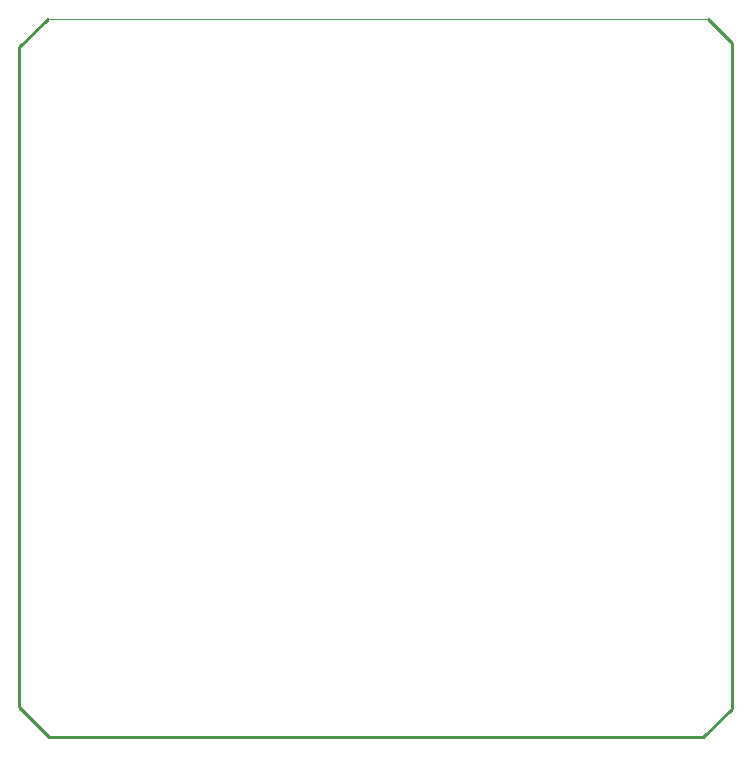
<source format=gm1>
G04*
G04 #@! TF.GenerationSoftware,Altium Limited,Altium Designer,18.0.7 (293)*
G04*
G04 Layer_Color=16711935*
%FSLAX25Y25*%
%MOIN*%
G70*
G01*
G75*
%ADD10C,0.01000*%
%ADD13C,0.00000*%
D10*
X161500Y430500D02*
X171000Y440000D01*
X161500Y210500D02*
Y430500D01*
Y210500D02*
X171500Y200500D01*
X389500D01*
X399000Y210000D01*
Y432000D01*
X391000Y440000D02*
X399000Y432000D01*
D13*
X170500Y440000D02*
X391000Y440000D01*
M02*

</source>
